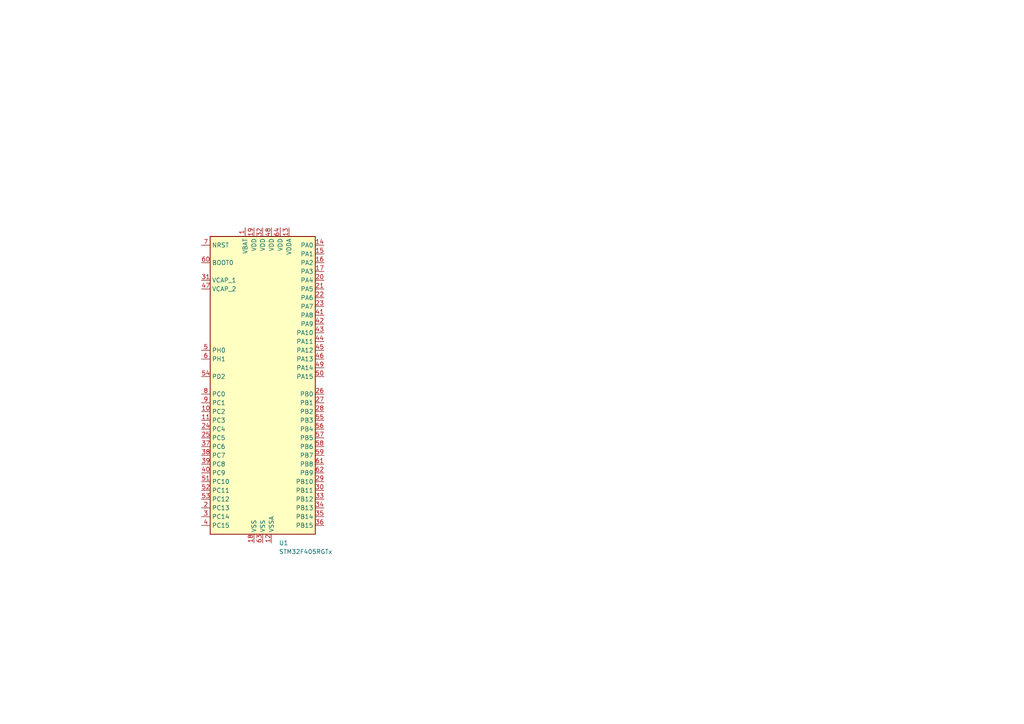
<source format=kicad_sch>
(kicad_sch (version 20250114) (generator "eeschema") (generator_version "9.0")
  (paper "A4")
  (lib_symbols
    (symbol "MCU_ST_STM32F4:STM32F405RGTx"
      (property "Reference" "U" (at -15.24 44.45 0))
      (property "Value" "STM32F405RGTx" (at 10.16 44.45 0))
      (symbol "STM32F405RGTx_0_1"
        (rectangle (start -15.24 -43.18) (end 15.24 43.18) (stroke (width 0.254)) (fill (type background)))
      )
      (symbol "STM32F405RGTx_1_1"
        (pin input line (at -17.78 40.64 0) (length 2.54) (name "NRST") (number "7"))
        (pin input line (at -17.78 35.56 0) (length 2.54) (name "BOOT0") (number "60"))
        (pin power_in line (at -17.78 30.48 0) (length 2.54) (name "VCAP_1") (number "31"))
        (pin power_in line (at -17.78 27.94 0) (length 2.54) (name "VCAP_2") (number "47"))
        (pin input line (at -17.78 10.16 0) (length 2.54) (name "PH0") (number "5"))
        (pin input line (at -17.78 7.62 0) (length 2.54) (name "PH1") (number "6"))
        (pin bidirectional line (at -17.78 2.54 0) (length 2.54) (name "PD2") (number "54"))
        (pin bidirectional line (at -17.78 -2.54 0) (length 2.54) (name "PC0") (number "8"))
        (pin bidirectional line (at -17.78 -5.08 0) (length 2.54) (name "PC1") (number "9"))
        (pin bidirectional line (at -17.78 -7.62 0) (length 2.54) (name "PC2") (number "10"))
        (pin bidirectional line (at -17.78 -10.16 0) (length 2.54) (name "PC3") (number "11"))
        (pin bidirectional line (at -17.78 -12.7 0) (length 2.54) (name "PC4") (number "24"))
        (pin bidirectional line (at -17.78 -15.24 0) (length 2.54) (name "PC5") (number "25"))
        (pin bidirectional line (at -17.78 -17.78 0) (length 2.54) (name "PC6") (number "37"))
        (pin bidirectional line (at -17.78 -20.32 0) (length 2.54) (name "PC7") (number "38"))
        (pin bidirectional line (at -17.78 -22.86 0) (length 2.54) (name "PC8") (number "39"))
        (pin bidirectional line (at -17.78 -25.4 0) (length 2.54) (name "PC9") (number "40"))
        (pin bidirectional line (at -17.78 -27.94 0) (length 2.54) (name "PC10") (number "51"))
        (pin bidirectional line (at -17.78 -30.48 0) (length 2.54) (name "PC11") (number "52"))
        (pin bidirectional line (at -17.78 -33.02 0) (length 2.54) (name "PC12") (number "53"))
        (pin bidirectional line (at -17.78 -35.56 0) (length 2.54) (name "PC13") (number "2"))
        (pin bidirectional line (at -17.78 -38.1 0) (length 2.54) (name "PC14") (number "3"))
        (pin bidirectional line (at -17.78 -40.64 0) (length 2.54) (name "PC15") (number "4"))
        (pin power_in line (at -5.08 45.72 270) (length 2.54) (name "VBAT") (number "1"))
        (pin power_in line (at -2.54 45.72 270) (length 2.54) (name "VDD") (number "19"))
        (pin power_in line (at -2.54 -45.72 90) (length 2.54) (name "VSS") (number "18"))
        (pin power_in line (at 0 45.72 270) (length 2.54) (name "VDD") (number "32"))
        (pin power_in line (at 0 -45.72 90) (length 2.54) (name "VSS") (number "63"))
        (pin power_in line (at 2.54 45.72 270) (length 2.54) (name "VDD") (number "48"))
        (pin power_in line (at 2.54 -45.72 90) (length 2.54) (name "VSSA") (number "12"))
        (pin power_in line (at 5.08 45.72 270) (length 2.54) (name "VDD") (number "64"))
        (pin power_in line (at 7.62 45.72 270) (length 2.54) (name "VDDA") (number "13"))
        (pin bidirectional line (at 17.78 40.64 180) (length 2.54) (name "PA0") (number "14"))
        (pin bidirectional line (at 17.78 38.1 180) (length 2.54) (name "PA1") (number "15"))
        (pin bidirectional line (at 17.78 35.56 180) (length 2.54) (name "PA2") (number "16"))
        (pin bidirectional line (at 17.78 33.02 180) (length 2.54) (name "PA3") (number "17"))
        (pin bidirectional line (at 17.78 30.48 180) (length 2.54) (name "PA4") (number "20"))
        (pin bidirectional line (at 17.78 27.94 180) (length 2.54) (name "PA5") (number "21"))
        (pin bidirectional line (at 17.78 25.4 180) (length 2.54) (name "PA6") (number "22"))
        (pin bidirectional line (at 17.78 22.86 180) (length 2.54) (name "PA7") (number "23"))
        (pin bidirectional line (at 17.78 20.32 180) (length 2.54) (name "PA8") (number "41"))
        (pin bidirectional line (at 17.78 17.78 180) (length 2.54) (name "PA9") (number "42"))
        (pin bidirectional line (at 17.78 15.24 180) (length 2.54) (name "PA10") (number "43"))
        (pin bidirectional line (at 17.78 12.7 180) (length 2.54) (name "PA11") (number "44"))
        (pin bidirectional line (at 17.78 10.16 180) (length 2.54) (name "PA12") (number "45"))
        (pin bidirectional line (at 17.78 7.62 180) (length 2.54) (name "PA13") (number "46"))
        (pin bidirectional line (at 17.78 5.08 180) (length 2.54) (name "PA14") (number "49"))
        (pin bidirectional line (at 17.78 2.54 180) (length 2.54) (name "PA15") (number "50"))
        (pin bidirectional line (at 17.78 -2.54 180) (length 2.54) (name "PB0") (number "26"))
        (pin bidirectional line (at 17.78 -5.08 180) (length 2.54) (name "PB1") (number "27"))
        (pin bidirectional line (at 17.78 -7.62 180) (length 2.54) (name "PB2") (number "28"))
        (pin bidirectional line (at 17.78 -10.16 180) (length 2.54) (name "PB3") (number "55"))
        (pin bidirectional line (at 17.78 -12.7 180) (length 2.54) (name "PB4") (number "56"))
        (pin bidirectional line (at 17.78 -15.24 180) (length 2.54) (name "PB5") (number "57"))
        (pin bidirectional line (at 17.78 -17.78 180) (length 2.54) (name "PB6") (number "58"))
        (pin bidirectional line (at 17.78 -20.32 180) (length 2.54) (name "PB7") (number "59"))
        (pin bidirectional line (at 17.78 -22.86 180) (length 2.54) (name "PB8") (number "61"))
        (pin bidirectional line (at 17.78 -25.4 180) (length 2.54) (name "PB9") (number "62"))
        (pin bidirectional line (at 17.78 -27.94 180) (length 2.54) (name "PB10") (number "29"))
        (pin bidirectional line (at 17.78 -30.48 180) (length 2.54) (name "PB11") (number "30"))
        (pin bidirectional line (at 17.78 -33.02 180) (length 2.54) (name "PB12") (number "33"))
        (pin bidirectional line (at 17.78 -35.56 180) (length 2.54) (name "PB13") (number "34"))
        (pin bidirectional line (at 17.78 -38.1 180) (length 2.54) (name "PB14") (number "35"))
        (pin bidirectional line (at 17.78 -40.64 180) (length 2.54) (name "PB15") (number "36"))
      )
    )
  )
  (symbol (lib_id "MCU_ST_STM32F4:STM32F405RGTx") (at 76.2 111.76 0) (unit 1)
    (property "Reference" "U1" (at 80.8833 157.48 0) (effects (justify left)))
    (property "Value" "STM32F405RGTx" (at 80.8833 160.02 0) (effects (justify left)))
    (property "Footprint" "Package_QFP:LQFP-64_10x10mm_P0.5mm" (effects (hide yes)))
    (property "Datasheet" "http://www.st.com/st-web-ui/static/active/en/resource/technical/document/datasheet/DM00037051.pdf" (effects (hide yes)))
    (property "Description" "ARM Cortex-M4 MCU, 1024KB flash, 128KB RAM, 168MHz, 1.8-3.6V, 51 GPIO, LQFP-64" (effects (hide yes)))
  )
)
</source>
